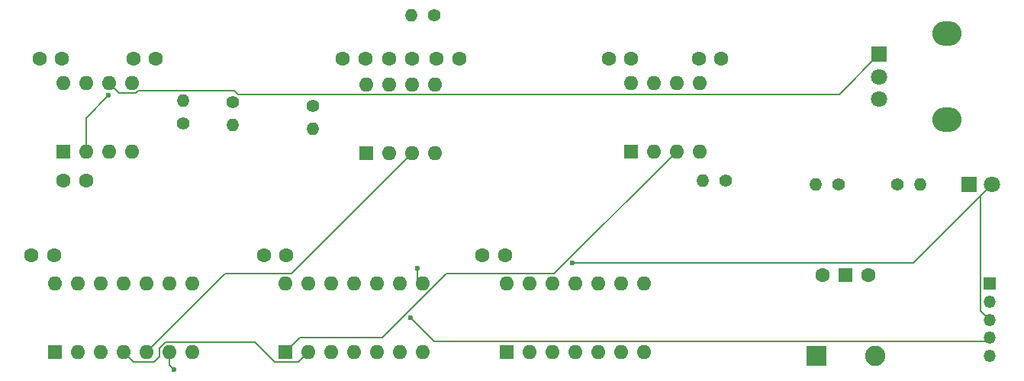
<source format=gbr>
%TF.GenerationSoftware,KiCad,Pcbnew,8.0.2*%
%TF.CreationDate,2024-05-25T18:25:13-04:00*%
%TF.ProjectId,8bc_clock,3862635f-636c-46f6-936b-2e6b69636164,3.0*%
%TF.SameCoordinates,Original*%
%TF.FileFunction,Copper,L4,Bot*%
%TF.FilePolarity,Positive*%
%FSLAX46Y46*%
G04 Gerber Fmt 4.6, Leading zero omitted, Abs format (unit mm)*
G04 Created by KiCad (PCBNEW 8.0.2) date 2024-05-25 18:25:13*
%MOMM*%
%LPD*%
G01*
G04 APERTURE LIST*
%TA.AperFunction,ComponentPad*%
%ADD10C,1.400000*%
%TD*%
%TA.AperFunction,ComponentPad*%
%ADD11O,1.400000X1.400000*%
%TD*%
%TA.AperFunction,ComponentPad*%
%ADD12R,1.600000X1.600000*%
%TD*%
%TA.AperFunction,ComponentPad*%
%ADD13O,1.600000X1.600000*%
%TD*%
%TA.AperFunction,ComponentPad*%
%ADD14O,3.240000X2.720000*%
%TD*%
%TA.AperFunction,ComponentPad*%
%ADD15R,1.800000X1.800000*%
%TD*%
%TA.AperFunction,ComponentPad*%
%ADD16C,1.800000*%
%TD*%
%TA.AperFunction,ComponentPad*%
%ADD17C,1.600000*%
%TD*%
%TA.AperFunction,ComponentPad*%
%ADD18R,1.350000X1.350000*%
%TD*%
%TA.AperFunction,ComponentPad*%
%ADD19O,1.350000X1.350000*%
%TD*%
%TA.AperFunction,ComponentPad*%
%ADD20R,2.250000X2.250000*%
%TD*%
%TA.AperFunction,ComponentPad*%
%ADD21C,2.250000*%
%TD*%
%TA.AperFunction,ComponentPad*%
%ADD22R,1.500000X1.500000*%
%TD*%
%TA.AperFunction,ViaPad*%
%ADD23C,0.600000*%
%TD*%
%TA.AperFunction,Conductor*%
%ADD24C,0.200000*%
%TD*%
G04 APERTURE END LIST*
D10*
%TO.P,R6,1*%
%TO.N,VCC*%
X247720000Y-46500000D03*
D11*
%TO.P,R6,2*%
%TO.N,Net-(SW2-A)*%
X245180000Y-46500000D03*
%TD*%
D12*
%TO.P,U6,1,1A*%
%TO.N,Net-(U4A-1Y)*%
X210960000Y-65120000D03*
D13*
%TO.P,U6,2,1B*%
%TO.N,Net-(U4B-2Y)*%
X213500000Y-65120000D03*
%TO.P,U6,3,1Y*%
%TO.N,Net-(U4C-3A)*%
X216040000Y-65120000D03*
%TO.P,U6,4,2A*%
%TO.N,unconnected-(U6B-2A-Pad4)*%
X218580000Y-65120000D03*
%TO.P,U6,5,2B*%
%TO.N,unconnected-(U6B-2B-Pad5)*%
X221120000Y-65120000D03*
%TO.P,U6,6,2Y*%
%TO.N,unconnected-(U6B-2Y-Pad6)*%
X223660000Y-65120000D03*
%TO.P,U6,7,GND*%
%TO.N,GND*%
X226200000Y-65120000D03*
%TO.P,U6,8,3Y*%
%TO.N,unconnected-(U6C-3Y-Pad8)*%
X226200000Y-57500000D03*
%TO.P,U6,9,3A*%
%TO.N,unconnected-(U6C-3A-Pad9)*%
X223660000Y-57500000D03*
%TO.P,U6,10,3B*%
%TO.N,unconnected-(U6C-3B-Pad10)*%
X221120000Y-57500000D03*
%TO.P,U6,11,4Y*%
%TO.N,unconnected-(U6D-4Y-Pad11)*%
X218580000Y-57500000D03*
%TO.P,U6,12,4A*%
%TO.N,unconnected-(U6D-4A-Pad12)*%
X216040000Y-57500000D03*
%TO.P,U6,13,4B*%
%TO.N,unconnected-(U6D-4B-Pad13)*%
X213500000Y-57500000D03*
%TO.P,U6,14,VCC*%
%TO.N,VCC*%
X210960000Y-57500000D03*
%TD*%
D14*
%TO.P,RV1,*%
%TO.N,*%
X259775000Y-29700000D03*
X259775000Y-39300000D03*
D15*
%TO.P,RV1,1,1*%
%TO.N,Net-(U1-THR)*%
X252275000Y-32000000D03*
D16*
%TO.P,RV1,2,2*%
%TO.N,Net-(R2-Pad2)*%
X252275000Y-34500000D03*
%TO.P,RV1,3,3*%
%TO.N,unconnected-(RV1-Pad3)*%
X252275000Y-37000000D03*
%TD*%
D15*
%TO.P,D1,1,K*%
%TO.N,Net-(D1-K)*%
X262225000Y-46500000D03*
D16*
%TO.P,D1,2,A*%
%TO.N,/CLK*%
X264765000Y-46500000D03*
%TD*%
D12*
%TO.P,U3,1,GND*%
%TO.N,GND*%
X224700000Y-42800000D03*
D13*
%TO.P,U3,2,TR*%
%TO.N,Net-(SW2-A)*%
X227240000Y-42800000D03*
%TO.P,U3,3,Q*%
%TO.N,Net-(U3-Q)*%
X229780000Y-42800000D03*
%TO.P,U3,4,R*%
%TO.N,Net-(SW2-C)*%
X232320000Y-42800000D03*
%TO.P,U3,5,CV*%
%TO.N,Net-(U3-CV)*%
X232320000Y-35180000D03*
%TO.P,U3,6,THR*%
%TO.N,GND*%
X229780000Y-35180000D03*
%TO.P,U3,7,DIS*%
%TO.N,unconnected-(U3-DIS-Pad7)*%
X227240000Y-35180000D03*
%TO.P,U3,8,VCC*%
%TO.N,VCC*%
X224700000Y-35180000D03*
%TD*%
D17*
%TO.P,C1,1*%
%TO.N,GND*%
X159070000Y-32500000D03*
%TO.P,C1,2*%
%TO.N,VCC*%
X161570000Y-32500000D03*
%TD*%
%TO.P,C6,1*%
%TO.N,GND*%
X208210000Y-54320000D03*
%TO.P,C6,2*%
%TO.N,VCC*%
X210710000Y-54320000D03*
%TD*%
D10*
%TO.P,R5,1*%
%TO.N,VCC*%
X235220000Y-46000000D03*
D11*
%TO.P,R5,2*%
%TO.N,Net-(SW2-C)*%
X232680000Y-46000000D03*
%TD*%
D10*
%TO.P,R1,1*%
%TO.N,VCC*%
X175000000Y-39720000D03*
D11*
%TO.P,R1,2*%
%TO.N,Net-(U1-DIS)*%
X175000000Y-37180000D03*
%TD*%
D10*
%TO.P,R3,1*%
%TO.N,VCC*%
X189420000Y-37780000D03*
D11*
%TO.P,R3,2*%
%TO.N,Net-(U2-TR)*%
X189420000Y-40320000D03*
%TD*%
D17*
%TO.P,C2,1*%
%TO.N,GND*%
X192750000Y-32500000D03*
%TO.P,C2,2*%
%TO.N,VCC*%
X195250000Y-32500000D03*
%TD*%
%TO.P,C7,1*%
%TO.N,Net-(U1-CV)*%
X169500000Y-32500000D03*
%TO.P,C7,2*%
%TO.N,GND*%
X172000000Y-32500000D03*
%TD*%
%TO.P,C4,1*%
%TO.N,GND*%
X158210000Y-54320000D03*
%TO.P,C4,2*%
%TO.N,VCC*%
X160710000Y-54320000D03*
%TD*%
%TO.P,C10,1*%
%TO.N,Net-(U2-DIS)*%
X200420000Y-32500000D03*
%TO.P,C10,2*%
%TO.N,GND*%
X197920000Y-32500000D03*
%TD*%
D10*
%TO.P,R4,1*%
%TO.N,VCC*%
X202900000Y-27700000D03*
D11*
%TO.P,R4,2*%
%TO.N,Net-(U2-DIS)*%
X200360000Y-27700000D03*
%TD*%
D18*
%TO.P,J1,1,Pin_1*%
%TO.N,VCC*%
X264500000Y-57500000D03*
D19*
%TO.P,J1,2,Pin_2*%
%TO.N,GND*%
X264500000Y-59500000D03*
%TO.P,J1,3,Pin_3*%
%TO.N,/CLK*%
X264500000Y-61500000D03*
%TO.P,J1,4,Pin_4*%
%TO.N,/~{CLK}*%
X264500000Y-63500000D03*
%TO.P,J1,5,Pin_5*%
%TO.N,/HLT*%
X264500000Y-65500000D03*
%TD*%
D20*
%TO.P,SW1,1,1*%
%TO.N,GND*%
X245290000Y-65500000D03*
D21*
%TO.P,SW1,2,2*%
%TO.N,Net-(U2-TR)*%
X251790000Y-65500000D03*
%TD*%
D17*
%TO.P,C3,1*%
%TO.N,GND*%
X222250000Y-32500000D03*
%TO.P,C3,2*%
%TO.N,VCC*%
X224750000Y-32500000D03*
%TD*%
D12*
%TO.P,U5,1,1A*%
%TO.N,Net-(U3-Q)*%
X186335000Y-65120000D03*
D13*
%TO.P,U5,2,1Y*%
%TO.N,Net-(U4B-2A)*%
X188875000Y-65120000D03*
%TO.P,U5,3,2A*%
%TO.N,unconnected-(U5B-2A-Pad3)*%
X191415000Y-65120000D03*
%TO.P,U5,4,2Y*%
%TO.N,unconnected-(U5B-2Y-Pad4)*%
X193955000Y-65120000D03*
%TO.P,U5,5,3A*%
%TO.N,unconnected-(U5C-3A-Pad5)*%
X196495000Y-65120000D03*
%TO.P,U5,6,3Y*%
%TO.N,unconnected-(U5C-3Y-Pad6)*%
X199035000Y-65120000D03*
%TO.P,U5,7,GND*%
%TO.N,GND*%
X201575000Y-65120000D03*
%TO.P,U5,8,4Y*%
%TO.N,Net-(U4C-3B)*%
X201575000Y-57500000D03*
%TO.P,U5,9,4A*%
%TO.N,/HLT*%
X199035000Y-57500000D03*
%TO.P,U5,10,5Y*%
%TO.N,unconnected-(U5E-5Y-Pad10)*%
X196495000Y-57500000D03*
%TO.P,U5,11,5A*%
%TO.N,unconnected-(U5E-5A-Pad11)*%
X193955000Y-57500000D03*
%TO.P,U5,12,6Y*%
%TO.N,/~{CLK}*%
X191415000Y-57500000D03*
%TO.P,U5,13,6A*%
%TO.N,/CLK*%
X188875000Y-57500000D03*
%TO.P,U5,14,VCC*%
%TO.N,VCC*%
X186335000Y-57500000D03*
%TD*%
D10*
%TO.P,R2,1*%
%TO.N,Net-(U1-DIS)*%
X180500000Y-37280000D03*
D11*
%TO.P,R2,2*%
%TO.N,Net-(R2-Pad2)*%
X180500000Y-39820000D03*
%TD*%
D17*
%TO.P,C5,1*%
%TO.N,GND*%
X183960000Y-54320000D03*
%TO.P,C5,2*%
%TO.N,VCC*%
X186460000Y-54320000D03*
%TD*%
D12*
%TO.P,U1,1,GND*%
%TO.N,GND*%
X161700000Y-42800000D03*
D13*
%TO.P,U1,2,TR*%
%TO.N,Net-(U1-THR)*%
X164240000Y-42800000D03*
%TO.P,U1,3,Q*%
%TO.N,Net-(U1-Q)*%
X166780000Y-42800000D03*
%TO.P,U1,4,R*%
%TO.N,VCC*%
X169320000Y-42800000D03*
%TO.P,U1,5,CV*%
%TO.N,Net-(U1-CV)*%
X169320000Y-35180000D03*
%TO.P,U1,6,THR*%
%TO.N,Net-(U1-THR)*%
X166780000Y-35180000D03*
%TO.P,U1,7,DIS*%
%TO.N,Net-(U1-DIS)*%
X164240000Y-35180000D03*
%TO.P,U1,8,VCC*%
%TO.N,VCC*%
X161700000Y-35180000D03*
%TD*%
D17*
%TO.P,C8,1*%
%TO.N,Net-(U1-THR)*%
X164250000Y-46000000D03*
%TO.P,C8,2*%
%TO.N,GND*%
X161750000Y-46000000D03*
%TD*%
%TO.P,C9,1*%
%TO.N,Net-(U2-CV)*%
X203170000Y-32500000D03*
%TO.P,C9,2*%
%TO.N,GND*%
X205670000Y-32500000D03*
%TD*%
%TO.P,C11,1*%
%TO.N,Net-(U3-CV)*%
X232250000Y-32500000D03*
%TO.P,C11,2*%
%TO.N,GND*%
X234750000Y-32500000D03*
%TD*%
D22*
%TO.P,SW2,1,A*%
%TO.N,Net-(SW2-A)*%
X248500000Y-56500000D03*
D17*
%TO.P,SW2,2,B*%
%TO.N,GND*%
X245960000Y-56500000D03*
%TO.P,SW2,3,C*%
%TO.N,Net-(SW2-C)*%
X251040000Y-56500000D03*
%TD*%
D12*
%TO.P,U2,1,GND*%
%TO.N,GND*%
X195380000Y-43000000D03*
D13*
%TO.P,U2,2,TR*%
%TO.N,Net-(U2-TR)*%
X197920000Y-43000000D03*
%TO.P,U2,3,Q*%
%TO.N,Net-(U2-Q)*%
X200460000Y-43000000D03*
%TO.P,U2,4,R*%
%TO.N,VCC*%
X203000000Y-43000000D03*
%TO.P,U2,5,CV*%
%TO.N,Net-(U2-CV)*%
X203000000Y-35380000D03*
%TO.P,U2,6,THR*%
%TO.N,Net-(U2-DIS)*%
X200460000Y-35380000D03*
%TO.P,U2,7,DIS*%
X197920000Y-35380000D03*
%TO.P,U2,8,VCC*%
%TO.N,VCC*%
X195380000Y-35380000D03*
%TD*%
D10*
%TO.P,R7,1*%
%TO.N,GND*%
X254280000Y-46500000D03*
D11*
%TO.P,R7,2*%
%TO.N,Net-(D1-K)*%
X256820000Y-46500000D03*
%TD*%
D12*
%TO.P,U4,1,1A*%
%TO.N,Net-(U1-Q)*%
X160835000Y-65120000D03*
D13*
%TO.P,U4,2,1B*%
%TO.N,Net-(U3-Q)*%
X163375000Y-65120000D03*
%TO.P,U4,3,1Y*%
%TO.N,Net-(U4A-1Y)*%
X165915000Y-65120000D03*
%TO.P,U4,4,2A*%
%TO.N,Net-(U4B-2A)*%
X168455000Y-65120000D03*
%TO.P,U4,5,2B*%
%TO.N,Net-(U2-Q)*%
X170995000Y-65120000D03*
%TO.P,U4,6,2Y*%
%TO.N,Net-(U4B-2Y)*%
X173535000Y-65120000D03*
%TO.P,U4,7,GND*%
%TO.N,GND*%
X176075000Y-65120000D03*
%TO.P,U4,8,3Y*%
%TO.N,/CLK*%
X176075000Y-57500000D03*
%TO.P,U4,9,3A*%
%TO.N,Net-(U4C-3A)*%
X173535000Y-57500000D03*
%TO.P,U4,10,3B*%
%TO.N,Net-(U4C-3B)*%
X170995000Y-57500000D03*
%TO.P,U4,11,4Y*%
%TO.N,unconnected-(U4D-4Y-Pad11)*%
X168455000Y-57500000D03*
%TO.P,U4,12,4A*%
%TO.N,unconnected-(U4D-4A-Pad12)*%
X165915000Y-57500000D03*
%TO.P,U4,13,4B*%
%TO.N,unconnected-(U4D-4B-Pad13)*%
X163375000Y-57500000D03*
%TO.P,U4,14,VCC*%
%TO.N,VCC*%
X160835000Y-57500000D03*
%TD*%
D23*
%TO.N,Net-(U1-THR)*%
X166733316Y-36580000D03*
%TO.N,/CLK*%
X218214265Y-55214265D03*
%TO.N,/~{CLK}*%
X200239583Y-61239581D03*
%TO.N,Net-(U4B-2Y)*%
X174000000Y-67000000D03*
%TO.N,Net-(U4C-3B)*%
X201000000Y-55800000D03*
%TD*%
D24*
%TO.N,Net-(U1-THR)*%
X164240000Y-39073316D02*
X164240000Y-42800000D01*
X247795000Y-36480000D02*
X181114214Y-36480000D01*
X170027817Y-36027818D02*
X169775635Y-36280000D01*
X166733316Y-36580000D02*
X164240000Y-39073316D01*
X169775635Y-36280000D02*
X167880000Y-36280000D01*
X167880000Y-36280000D02*
X166780000Y-35180000D01*
X180662032Y-36027818D02*
X170027817Y-36027818D01*
X252275000Y-32000000D02*
X247795000Y-36480000D01*
X181114214Y-36480000D02*
X180662032Y-36027818D01*
%TO.N,/CLK*%
X264500000Y-61500000D02*
X263525000Y-60525000D01*
X263525000Y-47740000D02*
X264765000Y-46500000D01*
X264765000Y-46500000D02*
X256050735Y-55214265D01*
X263525000Y-60525000D02*
X263525000Y-47740000D01*
X256050735Y-55214265D02*
X218214265Y-55214265D01*
%TO.N,/~{CLK}*%
X202900002Y-63900000D02*
X200239583Y-61239581D01*
X264100000Y-63900000D02*
X202900002Y-63900000D01*
X264500000Y-63500000D02*
X264100000Y-63900000D01*
%TO.N,Net-(U2-Q)*%
X187060000Y-56400000D02*
X179715000Y-56400000D01*
X200460000Y-43000000D02*
X187060000Y-56400000D01*
X179715000Y-56400000D02*
X170995000Y-65120000D01*
%TO.N,Net-(U3-Q)*%
X216180000Y-56400000D02*
X204230635Y-56400000D01*
X187955000Y-63500000D02*
X186335000Y-65120000D01*
X229780000Y-42800000D02*
X216180000Y-56400000D01*
X197130635Y-63500000D02*
X187955000Y-63500000D01*
X204230635Y-56400000D02*
X197130635Y-63500000D01*
%TO.N,Net-(U4B-2Y)*%
X174000000Y-67000000D02*
X173535000Y-66535000D01*
X173535000Y-66535000D02*
X173535000Y-65120000D01*
%TO.N,Net-(U4C-3B)*%
X201000000Y-55800000D02*
X201000000Y-56925000D01*
X201000000Y-56925000D02*
X201575000Y-57500000D01*
%TO.N,Net-(U4B-2A)*%
X171790635Y-66220000D02*
X172435000Y-65575635D01*
X185220000Y-66220000D02*
X187775000Y-66220000D01*
X172435000Y-65575635D02*
X172435000Y-64664365D01*
X169555000Y-66220000D02*
X171790635Y-66220000D01*
X183020000Y-64020000D02*
X185220000Y-66220000D01*
X172435000Y-64664365D02*
X173079365Y-64020000D01*
X168455000Y-65120000D02*
X169555000Y-66220000D01*
X173079365Y-64020000D02*
X183020000Y-64020000D01*
X187775000Y-66220000D02*
X188875000Y-65120000D01*
%TD*%
M02*

</source>
